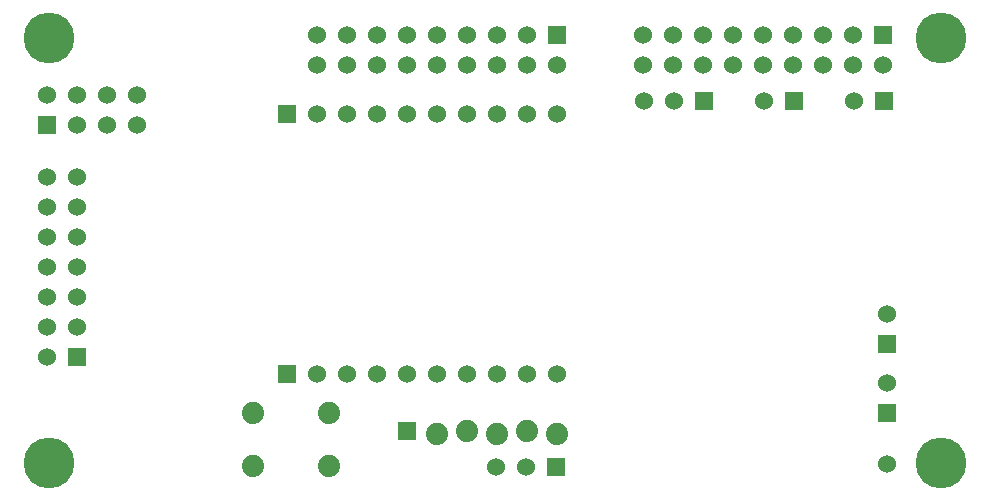
<source format=gbs>
G04 (created by PCBNEW (2013-mar-13)-testing) date Mon 05 Aug 2013 10:08:07 AM PDT*
%MOIN*%
G04 Gerber Fmt 3.4, Leading zero omitted, Abs format*
%FSLAX34Y34*%
G01*
G70*
G90*
G04 APERTURE LIST*
%ADD10C,0.005906*%
%ADD11R,0.060000X0.060000*%
%ADD12C,0.060000*%
%ADD13C,0.074000*%
%ADD14C,0.169291*%
G04 APERTURE END LIST*
G54D10*
G54D11*
X74400Y-42500D03*
G54D12*
X74400Y-41500D03*
G54D11*
X74400Y-44800D03*
G54D12*
X74400Y-43800D03*
G54D11*
X63350Y-46600D03*
G54D12*
X62350Y-46600D03*
X61350Y-46600D03*
G54D13*
X53246Y-44785D03*
X55804Y-44790D03*
X53246Y-46565D03*
X55804Y-46560D03*
G54D12*
X74400Y-46500D03*
G54D11*
X54401Y-34824D03*
G54D12*
X55401Y-34824D03*
X56401Y-34824D03*
X57401Y-34824D03*
X58401Y-34824D03*
X59401Y-34824D03*
X60401Y-34824D03*
X61401Y-34824D03*
X62401Y-34824D03*
X63401Y-34824D03*
G54D11*
X54401Y-43485D03*
G54D12*
X55401Y-43485D03*
X56401Y-43485D03*
X57401Y-43485D03*
X58401Y-43485D03*
X59401Y-43485D03*
X60401Y-43485D03*
X61401Y-43485D03*
X62401Y-43485D03*
X63401Y-43485D03*
G54D10*
G36*
X63700Y-31900D02*
X63700Y-32500D01*
X63100Y-32500D01*
X63100Y-31900D01*
X63700Y-31900D01*
X63700Y-31900D01*
G37*
G54D12*
X63400Y-33200D03*
X62400Y-32200D03*
X62400Y-33200D03*
X61400Y-32200D03*
X61400Y-33200D03*
X60400Y-32200D03*
X60400Y-33200D03*
X59400Y-32200D03*
X59400Y-33200D03*
X58400Y-32200D03*
X58400Y-33200D03*
X57400Y-32200D03*
X57400Y-33200D03*
X56400Y-32200D03*
X56400Y-33200D03*
X55400Y-32200D03*
X55400Y-33200D03*
G54D10*
G36*
X74550Y-31900D02*
X74550Y-32500D01*
X73950Y-32500D01*
X73950Y-31900D01*
X74550Y-31900D01*
X74550Y-31900D01*
G37*
G54D12*
X74250Y-33200D03*
X73250Y-32200D03*
X73250Y-33200D03*
X72250Y-32200D03*
X72250Y-33200D03*
X71250Y-32200D03*
X71250Y-33200D03*
X70250Y-32200D03*
X70250Y-33200D03*
X69250Y-32200D03*
X69250Y-33200D03*
X68250Y-32200D03*
X68250Y-33200D03*
X67250Y-32200D03*
X67250Y-33200D03*
X66250Y-32200D03*
X66250Y-33200D03*
G54D11*
X58400Y-45400D03*
G54D13*
X59400Y-45500D03*
X60400Y-45400D03*
X61400Y-45500D03*
X62400Y-45400D03*
X63400Y-45500D03*
G54D11*
X71300Y-34400D03*
G54D12*
X70300Y-34400D03*
G54D11*
X74300Y-34400D03*
G54D12*
X73300Y-34400D03*
G54D14*
X46456Y-46456D03*
X46456Y-32283D03*
G54D11*
X68300Y-34400D03*
G54D12*
X67300Y-34400D03*
X66300Y-34400D03*
G54D14*
X76181Y-46456D03*
X76181Y-32283D03*
G54D11*
X46400Y-35200D03*
G54D12*
X46400Y-34200D03*
X47400Y-35200D03*
X47400Y-34200D03*
X48400Y-35200D03*
X48400Y-34200D03*
X49400Y-35200D03*
X49400Y-34200D03*
G54D11*
X47400Y-42933D03*
G54D12*
X46400Y-42933D03*
X47400Y-41933D03*
X46400Y-41933D03*
X47400Y-40933D03*
X46400Y-40933D03*
X47400Y-39933D03*
X46400Y-39933D03*
X47400Y-38933D03*
X46400Y-38933D03*
X47400Y-37933D03*
X46400Y-37933D03*
X47400Y-36933D03*
X46400Y-36933D03*
M02*

</source>
